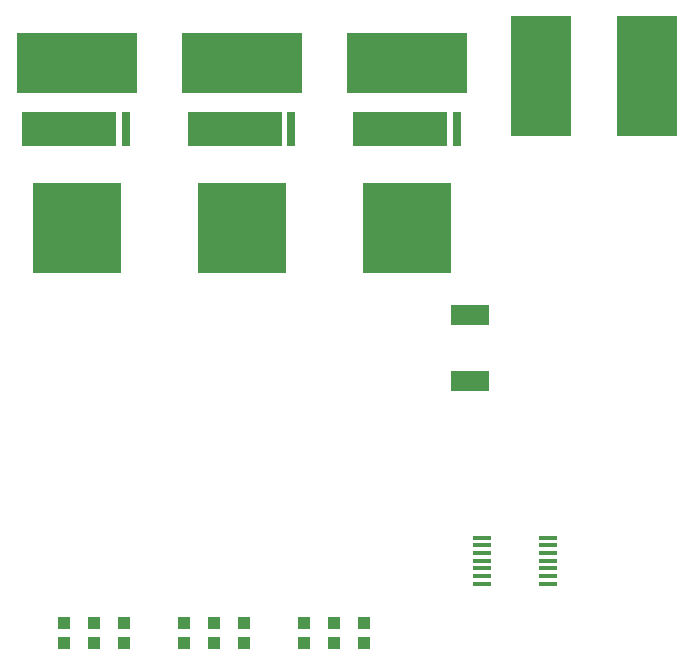
<source format=gbr>
G04 EAGLE Gerber RS-274X export*
G75*
%MOMM*%
%FSLAX34Y34*%
%LPD*%
%AMOC8*
5,1,8,0,0,1.08239X$1,22.5*%
G01*
%ADD10R,8.000000X3.000000*%
%ADD11R,0.800000X3.000000*%
%ADD12R,7.500000X7.650000*%
%ADD13R,5.080000X10.160000*%
%ADD14R,10.160000X5.080000*%
%ADD15R,1.000000X1.100000*%
%ADD16R,3.200000X1.800000*%
%ADD17R,1.600000X0.350000*%


D10*
X130670Y644550D03*
D11*
X178670Y644550D03*
D12*
X136670Y561000D03*
D13*
X530000Y690000D03*
X620000Y690000D03*
D10*
X270670Y644550D03*
D11*
X318670Y644550D03*
D12*
X276670Y561000D03*
D10*
X410670Y644550D03*
D11*
X458670Y644550D03*
D12*
X416670Y561000D03*
D14*
X136670Y700950D03*
X276670Y700950D03*
X416670Y700950D03*
D15*
X328930Y209940D03*
X328930Y226940D03*
X354330Y226940D03*
X354330Y209940D03*
X227330Y209940D03*
X227330Y226940D03*
X252730Y226940D03*
X252730Y209940D03*
X125730Y209940D03*
X125730Y226940D03*
X151130Y226940D03*
X151130Y209940D03*
X379730Y226940D03*
X379730Y209940D03*
X278130Y226940D03*
X278130Y209940D03*
X176530Y226940D03*
X176530Y209940D03*
D16*
X469900Y431740D03*
X469900Y487740D03*
D17*
X480000Y298900D03*
X480000Y292400D03*
X480000Y285900D03*
X480000Y279400D03*
X480000Y272900D03*
X480000Y266400D03*
X480000Y259900D03*
X536000Y259900D03*
X536000Y266400D03*
X536000Y272900D03*
X536000Y279400D03*
X536000Y285900D03*
X536000Y292400D03*
X536000Y298900D03*
M02*

</source>
